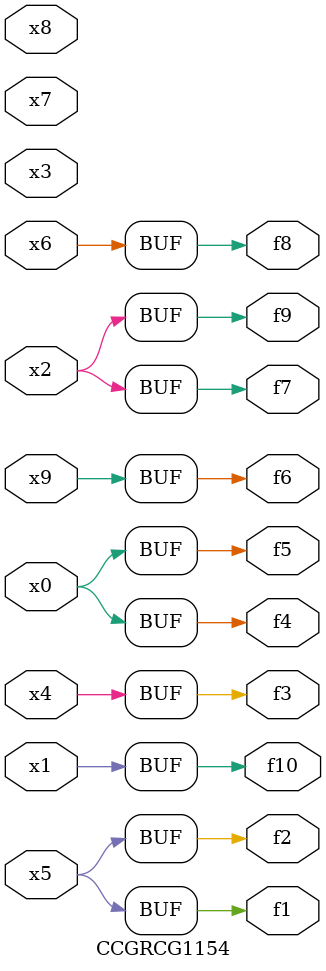
<source format=v>
module CCGRCG1154(
	input x0, x1, x2, x3, x4, x5, x6, x7, x8, x9,
	output f1, f2, f3, f4, f5, f6, f7, f8, f9, f10
);
	assign f1 = x5;
	assign f2 = x5;
	assign f3 = x4;
	assign f4 = x0;
	assign f5 = x0;
	assign f6 = x9;
	assign f7 = x2;
	assign f8 = x6;
	assign f9 = x2;
	assign f10 = x1;
endmodule

</source>
